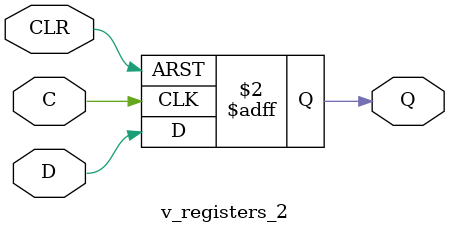
<source format=v>
module v_registers_2 (C, D, CLR, Q);
    input  C, D, CLR;
    output Q;
    reg    Q;

    always @(negedge C or posedge CLR)
    begin
        if (CLR)
            Q <= 1'b0;
        else
            Q <= D;
    end

endmodule

</source>
